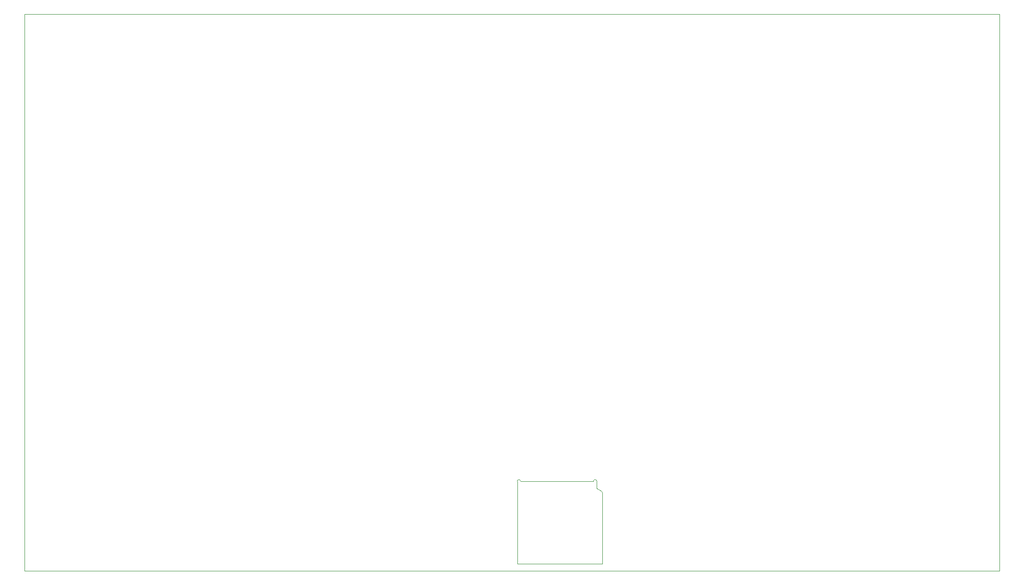
<source format=gbr>
%TF.GenerationSoftware,KiCad,Pcbnew,9.0.7*%
%TF.CreationDate,2026-02-03T01:52:57-04:00*%
%TF.ProjectId,power regulation,706f7765-7220-4726-9567-756c6174696f,1*%
%TF.SameCoordinates,Original*%
%TF.FileFunction,Profile,NP*%
%FSLAX46Y46*%
G04 Gerber Fmt 4.6, Leading zero omitted, Abs format (unit mm)*
G04 Created by KiCad (PCBNEW 9.0.7) date 2026-02-03 01:52:57*
%MOMM*%
%LPD*%
G01*
G04 APERTURE LIST*
%TA.AperFunction,Profile*%
%ADD10C,0.050000*%
%TD*%
%TA.AperFunction,Profile*%
%ADD11C,0.010000*%
%TD*%
G04 APERTURE END LIST*
D10*
X69412500Y-42000000D02*
X244412500Y-42000000D01*
X244412500Y-142000000D01*
X69412500Y-142000000D01*
X69412500Y-42000000D01*
D11*
%TO.C,SD_Reader*%
X157850000Y-125900000D02*
X157850000Y-140750000D01*
X157850000Y-140750000D02*
X173150000Y-140750000D01*
X171550000Y-125900000D02*
X158450000Y-125900000D01*
X172150000Y-127200000D02*
X172150000Y-125900000D01*
X172889660Y-127603970D02*
X172150000Y-127200000D01*
X173150000Y-140750000D02*
X173150000Y-128042790D01*
X157850000Y-125900000D02*
G75*
G02*
X158450000Y-125900000I300000J0D01*
G01*
X171550000Y-125900000D02*
G75*
G02*
X172150000Y-125900000I300000J0D01*
G01*
X172889660Y-127603970D02*
G75*
G02*
X173150009Y-128042790I-239660J-438830D01*
G01*
%TD*%
M02*

</source>
